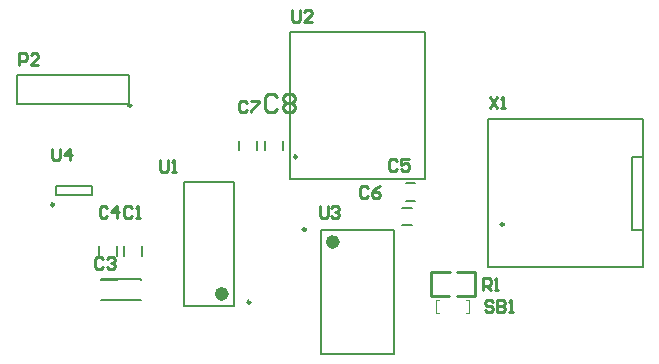
<source format=gto>
G04*
G04 #@! TF.GenerationSoftware,Altium Limited,Altium Designer,19.1.7 (138)*
G04*
G04 Layer_Color=65535*
%FSLAX44Y44*%
%MOMM*%
G71*
G01*
G75*
%ADD10C,0.6000*%
%ADD11C,0.2500*%
%ADD12C,0.1200*%
%ADD13C,0.2540*%
%ADD14C,0.2000*%
D10*
X1287000Y1109500D02*
G03*
X1287000Y1109500I-3000J0D01*
G01*
X1193000Y1065500D02*
G03*
X1193000Y1065500I-3000J0D01*
G01*
D11*
X1261250Y1119950D02*
G03*
X1261250Y1119950I-1250J0D01*
G01*
X1253640Y1181500D02*
G03*
X1253640Y1181500I-1250J0D01*
G01*
X1113350Y1225100D02*
G03*
X1113350Y1225100I-1250J0D01*
G01*
X1214250Y1058500D02*
G03*
X1214250Y1058500I-1250J0D01*
G01*
X1048000Y1141000D02*
G03*
X1048000Y1141000I-1250J0D01*
G01*
X1428750Y1124390D02*
G03*
X1428750Y1124390I-1250J0D01*
G01*
D12*
X1371250Y1060750D02*
X1373750D01*
X1371250Y1056750D02*
Y1060750D01*
Y1049250D02*
Y1056750D01*
Y1049250D02*
X1373750D01*
X1397250D02*
X1399750D01*
Y1060750D01*
X1397250D02*
X1399750D01*
D13*
X1367250Y1084000D02*
X1383000D01*
X1367250Y1064000D02*
Y1084000D01*
Y1064000D02*
X1382500D01*
X1389500Y1084000D02*
X1404750D01*
Y1064000D02*
Y1084000D01*
X1389000Y1064000D02*
X1404750D01*
X1236643Y1231864D02*
X1234103Y1234403D01*
X1229025D01*
X1226486Y1231864D01*
Y1221707D01*
X1229025Y1219168D01*
X1234103D01*
X1236643Y1221707D01*
X1241721Y1231864D02*
X1244260Y1234403D01*
X1249339D01*
X1251878Y1231864D01*
Y1229325D01*
X1249339Y1226786D01*
X1251878Y1224246D01*
Y1221707D01*
X1249339Y1219168D01*
X1244260D01*
X1241721Y1221707D01*
Y1224246D01*
X1244260Y1226786D01*
X1241721Y1229325D01*
Y1231864D01*
X1244260Y1226786D02*
X1249339D01*
X1089779Y1094881D02*
X1088112Y1096547D01*
X1084780D01*
X1083114Y1094881D01*
Y1088216D01*
X1084780Y1086550D01*
X1088112D01*
X1089779Y1088216D01*
X1093111Y1094881D02*
X1094777Y1096547D01*
X1098109D01*
X1099775Y1094881D01*
Y1093214D01*
X1098109Y1091548D01*
X1096443D01*
X1098109D01*
X1099775Y1089882D01*
Y1088216D01*
X1098109Y1086550D01*
X1094777D01*
X1093111Y1088216D01*
X1419664Y1058331D02*
X1417998Y1059997D01*
X1414666D01*
X1413000Y1058331D01*
Y1056665D01*
X1414666Y1054998D01*
X1417998D01*
X1419664Y1053332D01*
Y1051666D01*
X1417998Y1050000D01*
X1414666D01*
X1413000Y1051666D01*
X1422997Y1059997D02*
Y1050000D01*
X1427995D01*
X1429661Y1051666D01*
Y1053332D01*
X1427995Y1054998D01*
X1422997D01*
X1427995D01*
X1429661Y1056665D01*
Y1058331D01*
X1427995Y1059997D01*
X1422997D01*
X1432994Y1050000D02*
X1436326D01*
X1434660D01*
Y1059997D01*
X1432994Y1058331D01*
X1211225Y1227501D02*
X1209558Y1229167D01*
X1206226D01*
X1204560Y1227501D01*
Y1220836D01*
X1206226Y1219170D01*
X1209558D01*
X1211225Y1220836D01*
X1214557Y1229167D02*
X1221221D01*
Y1227501D01*
X1214557Y1220836D01*
Y1219170D01*
X1313665Y1155331D02*
X1311998Y1156997D01*
X1308666D01*
X1307000Y1155331D01*
Y1148666D01*
X1308666Y1147000D01*
X1311998D01*
X1313665Y1148666D01*
X1323661Y1156997D02*
X1320329Y1155331D01*
X1316997Y1151998D01*
Y1148666D01*
X1318663Y1147000D01*
X1321995D01*
X1323661Y1148666D01*
Y1150332D01*
X1321995Y1151998D01*
X1316997D01*
X1046702Y1188509D02*
Y1180178D01*
X1048368Y1178512D01*
X1051700D01*
X1053366Y1180178D01*
Y1188509D01*
X1061697Y1178512D02*
Y1188509D01*
X1056699Y1183510D01*
X1063363D01*
X1338707Y1177969D02*
X1337040Y1179635D01*
X1333708D01*
X1332042Y1177969D01*
Y1171304D01*
X1333708Y1169638D01*
X1337040D01*
X1338707Y1171304D01*
X1348703Y1179635D02*
X1342039D01*
Y1174636D01*
X1345371Y1176302D01*
X1347037D01*
X1348703Y1174636D01*
Y1171304D01*
X1347037Y1169638D01*
X1343705D01*
X1342039Y1171304D01*
X1018196Y1259688D02*
Y1269685D01*
X1023194D01*
X1024861Y1268019D01*
Y1264686D01*
X1023194Y1263020D01*
X1018196D01*
X1034857Y1259688D02*
X1028193D01*
X1034857Y1266352D01*
Y1268019D01*
X1033191Y1269685D01*
X1029859D01*
X1028193Y1268019D01*
X1093275Y1138405D02*
X1091608Y1140071D01*
X1088276D01*
X1086610Y1138405D01*
Y1131740D01*
X1088276Y1130074D01*
X1091608D01*
X1093275Y1131740D01*
X1101605Y1130074D02*
Y1140071D01*
X1096607Y1135072D01*
X1103271D01*
X1416812Y1232499D02*
X1423477Y1222502D01*
Y1232499D02*
X1416812Y1222502D01*
X1426809D02*
X1430141D01*
X1428475D01*
Y1232499D01*
X1426809Y1230833D01*
X1249404Y1305825D02*
Y1297494D01*
X1251070Y1295828D01*
X1254402D01*
X1256068Y1297494D01*
Y1305825D01*
X1266065Y1295828D02*
X1259401D01*
X1266065Y1302493D01*
Y1304159D01*
X1264399Y1305825D01*
X1261067D01*
X1259401Y1304159D01*
X1272940Y1140107D02*
Y1131776D01*
X1274606Y1130110D01*
X1277938D01*
X1279604Y1131776D01*
Y1140107D01*
X1282937Y1138441D02*
X1284603Y1140107D01*
X1287935D01*
X1289601Y1138441D01*
Y1136775D01*
X1287935Y1135108D01*
X1286269D01*
X1287935D01*
X1289601Y1133442D01*
Y1131776D01*
X1287935Y1130110D01*
X1284603D01*
X1282937Y1131776D01*
X1114295Y1138427D02*
X1112628Y1140093D01*
X1109296D01*
X1107630Y1138427D01*
Y1131762D01*
X1109296Y1130096D01*
X1112628D01*
X1114295Y1131762D01*
X1117627Y1130096D02*
X1120959D01*
X1119293D01*
Y1140093D01*
X1117627Y1138427D01*
X1138012Y1179061D02*
Y1170730D01*
X1139678Y1169064D01*
X1143010D01*
X1144677Y1170730D01*
Y1179061D01*
X1148009Y1169064D02*
X1151341D01*
X1149675D01*
Y1179061D01*
X1148009Y1177395D01*
X1411000Y1069000D02*
Y1078997D01*
X1415998D01*
X1417664Y1077331D01*
Y1073998D01*
X1415998Y1072332D01*
X1411000D01*
X1414332D02*
X1417664Y1069000D01*
X1420997D02*
X1424329D01*
X1422663D01*
Y1078997D01*
X1420997Y1077331D01*
D14*
X1101500Y1098000D02*
Y1106000D01*
X1086500Y1098000D02*
Y1106000D01*
X1219500Y1187000D02*
Y1195000D01*
X1204500Y1187000D02*
Y1195000D01*
X1343000Y1138500D02*
X1351000D01*
X1343000Y1123500D02*
X1351000D01*
X1122500Y1098000D02*
Y1106000D01*
X1107500Y1098000D02*
Y1106000D01*
X1274000Y1014500D02*
X1336000D01*
X1274000Y1119500D02*
X1336000D01*
Y1014500D02*
Y1119500D01*
X1274000Y1014500D02*
Y1119500D01*
X1247950Y1162840D02*
Y1287300D01*
X1362250D01*
X1247950Y1162840D02*
X1362250D01*
Y1287300D01*
X1111600Y1226100D02*
Y1251100D01*
X1016600Y1226100D02*
X1111600D01*
X1016600Y1251100D02*
X1111600D01*
X1016600Y1226100D02*
Y1251100D01*
X1088000Y1078000D02*
X1122000D01*
X1088000Y1060000D02*
X1122000D01*
Y1077500D02*
Y1078000D01*
X1088000Y1077500D02*
X1101000D01*
X1122000Y1060000D02*
Y1060500D01*
X1088000D02*
X1101000D01*
X1200000Y1055500D02*
Y1160500D01*
X1158000Y1055500D02*
Y1160500D01*
Y1055500D02*
X1200000D01*
X1158000Y1160500D02*
X1200000D01*
X1049500Y1149500D02*
Y1156500D01*
X1080500Y1149500D02*
Y1156500D01*
X1049500Y1149500D02*
X1080500D01*
X1049500Y1156500D02*
X1080500D01*
X1346000Y1159500D02*
X1354000D01*
X1346000Y1144500D02*
X1354000D01*
X1241500Y1187000D02*
Y1195000D01*
X1226500Y1187000D02*
Y1195000D01*
X1537500Y1181000D02*
X1546500D01*
X1537500Y1119500D02*
Y1181000D01*
Y1119500D02*
X1546500D01*
X1415680Y1213930D02*
X1546490D01*
Y1088200D02*
Y1213930D01*
X1415680Y1088200D02*
Y1213930D01*
Y1088200D02*
X1546490D01*
M02*

</source>
